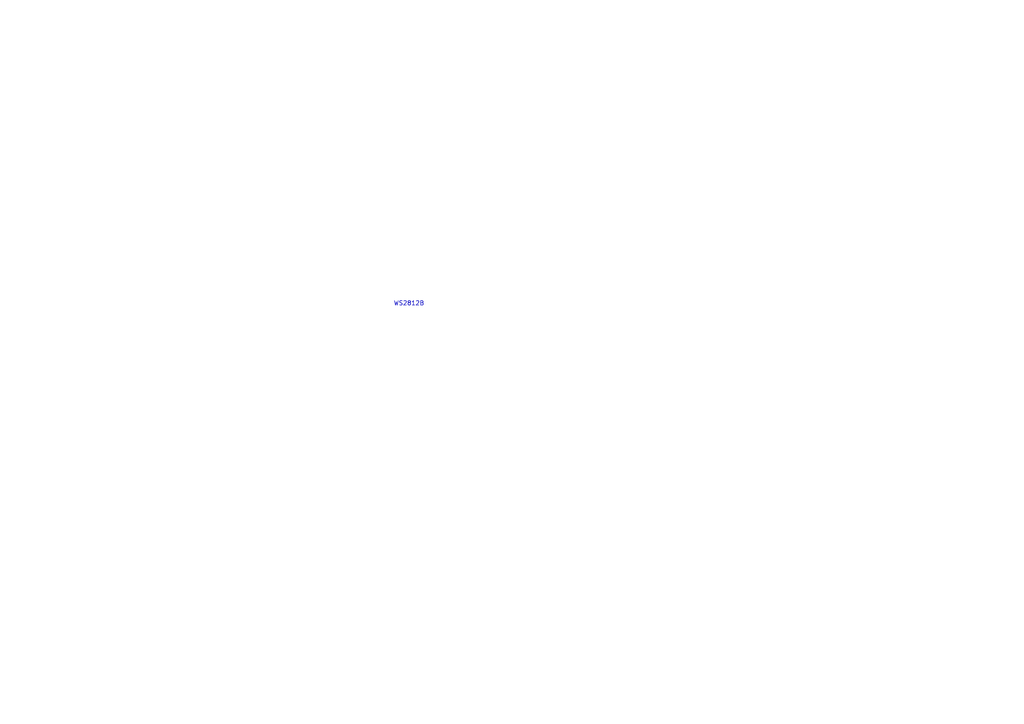
<source format=kicad_sch>
(kicad_sch
	(version 20231120)
	(generator "eeschema")
	(generator_version "8.0")
	(uuid "836de01b-4b4f-46f4-8c66-97889fd0eccc")
	(paper "A4")
	(lib_symbols)
	(text "WS2812B\n"
		(exclude_from_sim no)
		(at 118.618 88.138 0)
		(effects
			(font
				(size 1.27 1.27)
			)
		)
		(uuid "477339da-239e-4500-837b-d5d87a44501d")
	)
)
</source>
